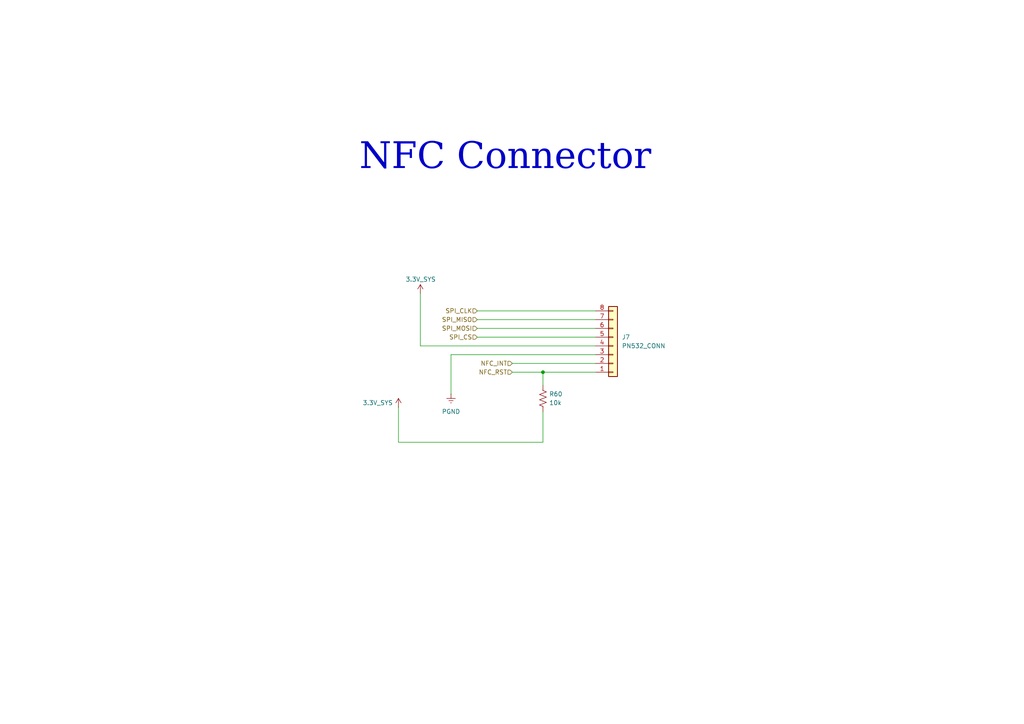
<source format=kicad_sch>
(kicad_sch (version 20231120) (generator "eeschema") (generator_version "8.0")
  (paper "A4")
  (lib_symbols
    (symbol "Connector_Generic:Conn_01x08" (pin_names (offset 1.016) hide)
      (property "Reference" "J7" (at 2.54 0.0001 0))
      (property "Value" "PN532_CONN" (at 2.54 -2.5399 0))
      (symbol "Conn_01x08_1_1"
        (rectangle (start -1.27 -10.033) (end 0 -10.287) (stroke (width 0.1524)))
        (rectangle (start -1.27 -7.493) (end 0 -7.747) (stroke (width 0.1524)))
        (rectangle (start -1.27 -4.953) (end 0 -5.207) (stroke (width 0.1524)))
        (rectangle (start -1.27 -2.413) (end 0 -2.667) (stroke (width 0.1524)))
        (rectangle (start -1.27 0.127) (end 0 -0.127) (stroke (width 0.1524)))
        (rectangle (start -1.27 2.667) (end 0 2.413) (stroke (width 0.1524)))
        (rectangle (start -1.27 5.207) (end 0 4.953) (stroke (width 0.1524)))
        (rectangle (start -1.27 7.747) (end 0 7.493) (stroke (width 0.1524)))
        (rectangle (start -1.27 8.89) (end 1.27 -11.43) (stroke (width 0.254)) (fill (type background)))
        (pin passive line (at -5.08 -10.16 0) (length 3.81) (name "Pin_8") (number "1"))
        (pin passive line (at -5.08 -7.62 0) (length 3.81) (name "Pin_7") (number "2"))
        (pin passive line (at -5.08 -5.08 0) (length 3.81) (name "Pin_6") (number "3"))
        (pin passive line (at -5.08 -2.54 0) (length 3.81) (name "Pin_5") (number "4"))
        (pin passive line (at -5.08 0 0) (length 3.81) (name "Pin_4") (number "5"))
        (pin passive line (at -5.08 2.54 0) (length 3.81) (name "Pin_3") (number "6"))
        (pin passive line (at -5.08 5.08 0) (length 3.81) (name "Pin_2") (number "7"))
        (pin passive line (at -5.08 7.62 0) (length 3.81) (name "Pin_1") (number "8"))
      )
    )
    (symbol "Device:R_US" (pin_numbers hide) (pin_names (offset 0))
      (property "Reference" "R" (at 2.54 0 90))
      (property "Value" "R_US" (at -2.54 0 90))
      (symbol "R_US_0_1"
        (polyline (pts (xy 0 -2.286) (xy 0 -2.54)))
        (polyline (pts (xy 0 2.286) (xy 0 2.54)))
        (polyline (pts (xy 0 -0.762) (xy 1.016 -1.143) (xy 0 -1.524) (xy -1.016 -1.905) (xy 0 -2.286)))
        (polyline (pts (xy 0 0.762) (xy 1.016 0.381) (xy 0 0) (xy -1.016 -0.381) (xy 0 -0.762)))
        (polyline (pts (xy 0 2.286) (xy 1.016 1.905) (xy 0 1.524) (xy -1.016 1.143) (xy 0 0.762)))
      )
      (symbol "R_US_1_1"
        (pin passive line (at 0 3.81 270) (length 1.27) (name "~") (number "1"))
        (pin passive line (at 0 -3.81 90) (length 1.27) (name "~") (number "2"))
      )
    )
    (symbol "power:+3.3V" (power) (pin_numbers hide) (pin_names (offset 0) hide)
      (property "Value" "+3.3V" (at 0 3.556 0))
      (symbol "+3.3V_0_1"
        (polyline (pts (xy -0.762 1.27) (xy 0 2.54)))
        (polyline (pts (xy 0 0) (xy 0 2.54)))
        (polyline (pts (xy 0 2.54) (xy 0.762 1.27)))
      )
      (symbol "+3.3V_1_1"
        (pin power_in line (at 0 0 90) (length 0) (name "~") (number "1"))
      )
    )
    (symbol "power:GNDREF" (power) (pin_numbers hide) (pin_names (offset 0) hide)
      (property "Value" "GNDREF" (at 0 -3.81 0))
      (symbol "GNDREF_0_1"
        (polyline (pts (xy -0.635 -1.905) (xy 0.635 -1.905)))
        (polyline (pts (xy -0.127 -2.54) (xy 0.127 -2.54)))
        (polyline (pts (xy 0 -1.27) (xy 0 0)))
        (polyline (pts (xy 1.27 -1.27) (xy -1.27 -1.27)))
      )
      (symbol "GNDREF_1_1"
        (pin power_in line (at 0 0 270) (length 0) (name "~") (number "1"))
      )
    )
  )
  (junction (at 157.48 107.95))
  (wire (pts (xy 148.59 107.95) (xy 157.48 107.95)))
  (wire (pts (xy 157.48 119.38) (xy 157.48 128.27)))
  (wire (pts (xy 157.48 107.95) (xy 172.72 107.95)))
  (wire (pts (xy 157.48 128.27) (xy 115.57 128.27)))
  (wire (pts (xy 115.57 128.27) (xy 115.57 118.11)))
  (wire (pts (xy 138.43 92.71) (xy 172.72 92.71)))
  (wire (pts (xy 138.43 97.79) (xy 172.72 97.79)))
  (wire (pts (xy 148.59 105.41) (xy 172.72 105.41)))
  (wire (pts (xy 121.92 100.33) (xy 172.72 100.33)))
  (wire (pts (xy 157.48 107.95) (xy 157.48 111.76)))
  (wire (pts (xy 130.81 102.87) (xy 172.72 102.87)))
  (wire (pts (xy 138.43 95.25) (xy 172.72 95.25)))
  (wire (pts (xy 130.81 114.3) (xy 130.81 102.87)))
  (wire (pts (xy 121.92 85.09) (xy 121.92 100.33)))
  (wire (pts (xy 138.43 90.17) (xy 172.72 90.17)))
  (text "NFC Connector" (at 146.558 47.752 0) (effects (font (size 7.62 7.62) (thickness 0.9525))))
  (hierarchical_label "NFC_RST" (shape input) (at 148.59 107.95 180))
  (hierarchical_label "SPI_CS" (shape input) (at 138.43 97.79 180))
  (hierarchical_label "SPI_MOSI" (shape input) (at 138.43 95.25 180))
  (hierarchical_label "SPI_CLK" (shape input) (at 138.43 90.17 180))
  (hierarchical_label "NFC_INT" (shape input) (at 148.59 105.41 180))
  (hierarchical_label "SPI_MISO" (shape input) (at 138.43 92.71 180))
  (symbol (lib_id "Connector_Generic:Conn_01x08") (at 177.8 97.79 0) (unit 1)
    (property "Reference" "J7" (at 180.34 97.7899 0) (effects (justify left)))
    (property "Value" "PN532_CONN" (at 180.34 100.3299 0) (effects (justify left)))
    (property "Footprint" "Connector_PinHeader_2.54mm:PinHeader_1x08_P2.54mm_Horizontal" (effects (hide yes)))
    (property "Description" "Generic connector, single row, 01x08, script generated (kicad-library-utils/schlib/autogen/connector/)" (effects (hide yes)))
  )
  (symbol (lib_id "Device:R_US") (at 157.48 115.57 0) (unit 1)
    (property "Reference" "R60" (at 159.258 114.3 0) (effects (justify left)))
    (property "Value" "10k" (at 159.258 116.84 0) (effects (justify left)))
    (property "Footprint" "Resistor_SMD:R_0805_2012Metric" (effects (hide yes)))
    (property "Description" "Resistor, US symbol" (effects (hide yes)))
  )
  (symbol (lib_id "power:+3.3V") (at 115.57 118.11 0) (unit 1)
    (property "Reference" "#PWR084" (effects (hide yes)))
    (property "Value" "3.3V_SYS" (at 105.156 116.84 0) (effects (justify left)))
    (property "Description" "Power symbol creates a global label with name \"+3.3V\"" (effects (hide yes)))
  )
  (symbol (lib_id "power:GNDREF") (at 130.81 114.3 0) (unit 1)
    (property "Reference" "#PWR086" (effects (hide yes)))
    (property "Value" "PGND" (at 130.81 119.38 0))
    (property "Description" "Power symbol creates a global label with name \"GNDREF\" , reference supply ground" (effects (hide yes)))
  )
  (symbol (lib_id "power:+3.3V") (at 121.92 85.09 0) (unit 1)
    (property "Reference" "#PWR085" (effects (hide yes)))
    (property "Value" "3.3V_SYS" (at 117.602 81.026 0) (effects (justify left)))
    (property "Description" "Power symbol creates a global label with name \"+3.3V\"" (effects (hide yes)))
  )
)
</source>
